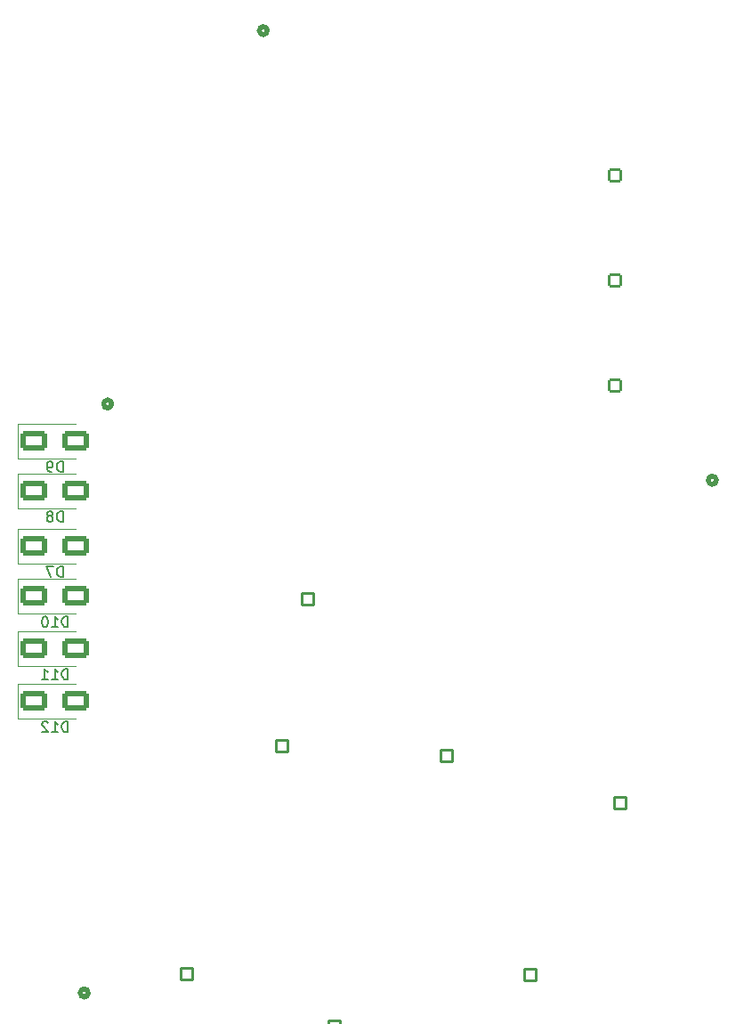
<source format=gbo>
G04 #@! TF.GenerationSoftware,KiCad,Pcbnew,7.0.7*
G04 #@! TF.CreationDate,2023-11-03T00:41:13-04:00*
G04 #@! TF.ProjectId,SeniorDesign,53656e69-6f72-4446-9573-69676e2e6b69,rev?*
G04 #@! TF.SameCoordinates,Original*
G04 #@! TF.FileFunction,Legend,Bot*
G04 #@! TF.FilePolarity,Positive*
%FSLAX46Y46*%
G04 Gerber Fmt 4.6, Leading zero omitted, Abs format (unit mm)*
G04 Created by KiCad (PCBNEW 7.0.7) date 2023-11-03 00:41:13*
%MOMM*%
%LPD*%
G01*
G04 APERTURE LIST*
G04 Aperture macros list*
%AMRoundRect*
0 Rectangle with rounded corners*
0 $1 Rounding radius*
0 $2 $3 $4 $5 $6 $7 $8 $9 X,Y pos of 4 corners*
0 Add a 4 corners polygon primitive as box body*
4,1,4,$2,$3,$4,$5,$6,$7,$8,$9,$2,$3,0*
0 Add four circle primitives for the rounded corners*
1,1,$1+$1,$2,$3*
1,1,$1+$1,$4,$5*
1,1,$1+$1,$6,$7*
1,1,$1+$1,$8,$9*
0 Add four rect primitives between the rounded corners*
20,1,$1+$1,$2,$3,$4,$5,0*
20,1,$1+$1,$4,$5,$6,$7,0*
20,1,$1+$1,$6,$7,$8,$9,0*
20,1,$1+$1,$8,$9,$2,$3,0*%
G04 Aperture macros list end*
%ADD10C,0.150000*%
%ADD11C,0.508000*%
%ADD12C,0.120000*%
%ADD13C,2.032000*%
%ADD14RoundRect,0.250000X-1.000000X-0.650000X1.000000X-0.650000X1.000000X0.650000X-1.000000X0.650000X0*%
%ADD15R,1.905000X2.000000*%
%ADD16O,1.905000X2.000000*%
%ADD17RoundRect,0.102000X-0.565000X0.565000X-0.565000X-0.565000X0.565000X-0.565000X0.565000X0.565000X0*%
%ADD18C,1.334000*%
%ADD19RoundRect,0.102000X-0.565000X-0.565000X0.565000X-0.565000X0.565000X0.565000X-0.565000X0.565000X0*%
%ADD20C,0.900000*%
%ADD21C,2.200000*%
%ADD22R,2.200000X2.200000*%
%ADD23O,2.200000X2.200000*%
%ADD24RoundRect,0.102000X0.540000X-0.540000X0.540000X0.540000X-0.540000X0.540000X-0.540000X-0.540000X0*%
%ADD25C,1.284000*%
%ADD26RoundRect,0.102000X0.565000X0.565000X-0.565000X0.565000X-0.565000X-0.565000X0.565000X-0.565000X0*%
%ADD27O,0.800000X0.800000*%
%ADD28O,1.800000X1.150000*%
%ADD29O,2.000000X1.450000*%
G04 APERTURE END LIST*
D10*
X25464285Y-92954819D02*
X25464285Y-91954819D01*
X25464285Y-91954819D02*
X25226190Y-91954819D01*
X25226190Y-91954819D02*
X25083333Y-92002438D01*
X25083333Y-92002438D02*
X24988095Y-92097676D01*
X24988095Y-92097676D02*
X24940476Y-92192914D01*
X24940476Y-92192914D02*
X24892857Y-92383390D01*
X24892857Y-92383390D02*
X24892857Y-92526247D01*
X24892857Y-92526247D02*
X24940476Y-92716723D01*
X24940476Y-92716723D02*
X24988095Y-92811961D01*
X24988095Y-92811961D02*
X25083333Y-92907200D01*
X25083333Y-92907200D02*
X25226190Y-92954819D01*
X25226190Y-92954819D02*
X25464285Y-92954819D01*
X23940476Y-92954819D02*
X24511904Y-92954819D01*
X24226190Y-92954819D02*
X24226190Y-91954819D01*
X24226190Y-91954819D02*
X24321428Y-92097676D01*
X24321428Y-92097676D02*
X24416666Y-92192914D01*
X24416666Y-92192914D02*
X24511904Y-92240533D01*
X23559523Y-92050057D02*
X23511904Y-92002438D01*
X23511904Y-92002438D02*
X23416666Y-91954819D01*
X23416666Y-91954819D02*
X23178571Y-91954819D01*
X23178571Y-91954819D02*
X23083333Y-92002438D01*
X23083333Y-92002438D02*
X23035714Y-92050057D01*
X23035714Y-92050057D02*
X22988095Y-92145295D01*
X22988095Y-92145295D02*
X22988095Y-92240533D01*
X22988095Y-92240533D02*
X23035714Y-92383390D01*
X23035714Y-92383390D02*
X23607142Y-92954819D01*
X23607142Y-92954819D02*
X22988095Y-92954819D01*
X25464285Y-87954819D02*
X25464285Y-86954819D01*
X25464285Y-86954819D02*
X25226190Y-86954819D01*
X25226190Y-86954819D02*
X25083333Y-87002438D01*
X25083333Y-87002438D02*
X24988095Y-87097676D01*
X24988095Y-87097676D02*
X24940476Y-87192914D01*
X24940476Y-87192914D02*
X24892857Y-87383390D01*
X24892857Y-87383390D02*
X24892857Y-87526247D01*
X24892857Y-87526247D02*
X24940476Y-87716723D01*
X24940476Y-87716723D02*
X24988095Y-87811961D01*
X24988095Y-87811961D02*
X25083333Y-87907200D01*
X25083333Y-87907200D02*
X25226190Y-87954819D01*
X25226190Y-87954819D02*
X25464285Y-87954819D01*
X23940476Y-87954819D02*
X24511904Y-87954819D01*
X24226190Y-87954819D02*
X24226190Y-86954819D01*
X24226190Y-86954819D02*
X24321428Y-87097676D01*
X24321428Y-87097676D02*
X24416666Y-87192914D01*
X24416666Y-87192914D02*
X24511904Y-87240533D01*
X22988095Y-87954819D02*
X23559523Y-87954819D01*
X23273809Y-87954819D02*
X23273809Y-86954819D01*
X23273809Y-86954819D02*
X23369047Y-87097676D01*
X23369047Y-87097676D02*
X23464285Y-87192914D01*
X23464285Y-87192914D02*
X23559523Y-87240533D01*
X25464285Y-82954819D02*
X25464285Y-81954819D01*
X25464285Y-81954819D02*
X25226190Y-81954819D01*
X25226190Y-81954819D02*
X25083333Y-82002438D01*
X25083333Y-82002438D02*
X24988095Y-82097676D01*
X24988095Y-82097676D02*
X24940476Y-82192914D01*
X24940476Y-82192914D02*
X24892857Y-82383390D01*
X24892857Y-82383390D02*
X24892857Y-82526247D01*
X24892857Y-82526247D02*
X24940476Y-82716723D01*
X24940476Y-82716723D02*
X24988095Y-82811961D01*
X24988095Y-82811961D02*
X25083333Y-82907200D01*
X25083333Y-82907200D02*
X25226190Y-82954819D01*
X25226190Y-82954819D02*
X25464285Y-82954819D01*
X23940476Y-82954819D02*
X24511904Y-82954819D01*
X24226190Y-82954819D02*
X24226190Y-81954819D01*
X24226190Y-81954819D02*
X24321428Y-82097676D01*
X24321428Y-82097676D02*
X24416666Y-82192914D01*
X24416666Y-82192914D02*
X24511904Y-82240533D01*
X23321428Y-81954819D02*
X23226190Y-81954819D01*
X23226190Y-81954819D02*
X23130952Y-82002438D01*
X23130952Y-82002438D02*
X23083333Y-82050057D01*
X23083333Y-82050057D02*
X23035714Y-82145295D01*
X23035714Y-82145295D02*
X22988095Y-82335771D01*
X22988095Y-82335771D02*
X22988095Y-82573866D01*
X22988095Y-82573866D02*
X23035714Y-82764342D01*
X23035714Y-82764342D02*
X23083333Y-82859580D01*
X23083333Y-82859580D02*
X23130952Y-82907200D01*
X23130952Y-82907200D02*
X23226190Y-82954819D01*
X23226190Y-82954819D02*
X23321428Y-82954819D01*
X23321428Y-82954819D02*
X23416666Y-82907200D01*
X23416666Y-82907200D02*
X23464285Y-82859580D01*
X23464285Y-82859580D02*
X23511904Y-82764342D01*
X23511904Y-82764342D02*
X23559523Y-82573866D01*
X23559523Y-82573866D02*
X23559523Y-82335771D01*
X23559523Y-82335771D02*
X23511904Y-82145295D01*
X23511904Y-82145295D02*
X23464285Y-82050057D01*
X23464285Y-82050057D02*
X23416666Y-82002438D01*
X23416666Y-82002438D02*
X23321428Y-81954819D01*
X24988094Y-68204819D02*
X24988094Y-67204819D01*
X24988094Y-67204819D02*
X24749999Y-67204819D01*
X24749999Y-67204819D02*
X24607142Y-67252438D01*
X24607142Y-67252438D02*
X24511904Y-67347676D01*
X24511904Y-67347676D02*
X24464285Y-67442914D01*
X24464285Y-67442914D02*
X24416666Y-67633390D01*
X24416666Y-67633390D02*
X24416666Y-67776247D01*
X24416666Y-67776247D02*
X24464285Y-67966723D01*
X24464285Y-67966723D02*
X24511904Y-68061961D01*
X24511904Y-68061961D02*
X24607142Y-68157200D01*
X24607142Y-68157200D02*
X24749999Y-68204819D01*
X24749999Y-68204819D02*
X24988094Y-68204819D01*
X23940475Y-68204819D02*
X23749999Y-68204819D01*
X23749999Y-68204819D02*
X23654761Y-68157200D01*
X23654761Y-68157200D02*
X23607142Y-68109580D01*
X23607142Y-68109580D02*
X23511904Y-67966723D01*
X23511904Y-67966723D02*
X23464285Y-67776247D01*
X23464285Y-67776247D02*
X23464285Y-67395295D01*
X23464285Y-67395295D02*
X23511904Y-67300057D01*
X23511904Y-67300057D02*
X23559523Y-67252438D01*
X23559523Y-67252438D02*
X23654761Y-67204819D01*
X23654761Y-67204819D02*
X23845237Y-67204819D01*
X23845237Y-67204819D02*
X23940475Y-67252438D01*
X23940475Y-67252438D02*
X23988094Y-67300057D01*
X23988094Y-67300057D02*
X24035713Y-67395295D01*
X24035713Y-67395295D02*
X24035713Y-67633390D01*
X24035713Y-67633390D02*
X23988094Y-67728628D01*
X23988094Y-67728628D02*
X23940475Y-67776247D01*
X23940475Y-67776247D02*
X23845237Y-67823866D01*
X23845237Y-67823866D02*
X23654761Y-67823866D01*
X23654761Y-67823866D02*
X23559523Y-67776247D01*
X23559523Y-67776247D02*
X23511904Y-67728628D01*
X23511904Y-67728628D02*
X23464285Y-67633390D01*
X24988094Y-72954819D02*
X24988094Y-71954819D01*
X24988094Y-71954819D02*
X24749999Y-71954819D01*
X24749999Y-71954819D02*
X24607142Y-72002438D01*
X24607142Y-72002438D02*
X24511904Y-72097676D01*
X24511904Y-72097676D02*
X24464285Y-72192914D01*
X24464285Y-72192914D02*
X24416666Y-72383390D01*
X24416666Y-72383390D02*
X24416666Y-72526247D01*
X24416666Y-72526247D02*
X24464285Y-72716723D01*
X24464285Y-72716723D02*
X24511904Y-72811961D01*
X24511904Y-72811961D02*
X24607142Y-72907200D01*
X24607142Y-72907200D02*
X24749999Y-72954819D01*
X24749999Y-72954819D02*
X24988094Y-72954819D01*
X23845237Y-72383390D02*
X23940475Y-72335771D01*
X23940475Y-72335771D02*
X23988094Y-72288152D01*
X23988094Y-72288152D02*
X24035713Y-72192914D01*
X24035713Y-72192914D02*
X24035713Y-72145295D01*
X24035713Y-72145295D02*
X23988094Y-72050057D01*
X23988094Y-72050057D02*
X23940475Y-72002438D01*
X23940475Y-72002438D02*
X23845237Y-71954819D01*
X23845237Y-71954819D02*
X23654761Y-71954819D01*
X23654761Y-71954819D02*
X23559523Y-72002438D01*
X23559523Y-72002438D02*
X23511904Y-72050057D01*
X23511904Y-72050057D02*
X23464285Y-72145295D01*
X23464285Y-72145295D02*
X23464285Y-72192914D01*
X23464285Y-72192914D02*
X23511904Y-72288152D01*
X23511904Y-72288152D02*
X23559523Y-72335771D01*
X23559523Y-72335771D02*
X23654761Y-72383390D01*
X23654761Y-72383390D02*
X23845237Y-72383390D01*
X23845237Y-72383390D02*
X23940475Y-72431009D01*
X23940475Y-72431009D02*
X23988094Y-72478628D01*
X23988094Y-72478628D02*
X24035713Y-72573866D01*
X24035713Y-72573866D02*
X24035713Y-72764342D01*
X24035713Y-72764342D02*
X23988094Y-72859580D01*
X23988094Y-72859580D02*
X23940475Y-72907200D01*
X23940475Y-72907200D02*
X23845237Y-72954819D01*
X23845237Y-72954819D02*
X23654761Y-72954819D01*
X23654761Y-72954819D02*
X23559523Y-72907200D01*
X23559523Y-72907200D02*
X23511904Y-72859580D01*
X23511904Y-72859580D02*
X23464285Y-72764342D01*
X23464285Y-72764342D02*
X23464285Y-72573866D01*
X23464285Y-72573866D02*
X23511904Y-72478628D01*
X23511904Y-72478628D02*
X23559523Y-72431009D01*
X23559523Y-72431009D02*
X23654761Y-72383390D01*
X24988094Y-78204819D02*
X24988094Y-77204819D01*
X24988094Y-77204819D02*
X24749999Y-77204819D01*
X24749999Y-77204819D02*
X24607142Y-77252438D01*
X24607142Y-77252438D02*
X24511904Y-77347676D01*
X24511904Y-77347676D02*
X24464285Y-77442914D01*
X24464285Y-77442914D02*
X24416666Y-77633390D01*
X24416666Y-77633390D02*
X24416666Y-77776247D01*
X24416666Y-77776247D02*
X24464285Y-77966723D01*
X24464285Y-77966723D02*
X24511904Y-78061961D01*
X24511904Y-78061961D02*
X24607142Y-78157200D01*
X24607142Y-78157200D02*
X24749999Y-78204819D01*
X24749999Y-78204819D02*
X24988094Y-78204819D01*
X24083332Y-77204819D02*
X23416666Y-77204819D01*
X23416666Y-77204819D02*
X23845237Y-78204819D01*
D11*
X87156000Y-68999900D02*
G75*
G03*
X87156000Y-68999900I-381000J0D01*
G01*
X27406000Y-117750101D02*
G75*
G03*
X27406000Y-117750101I-381000J0D01*
G01*
X29631000Y-61750101D02*
G75*
G03*
X29631000Y-61750101I-381000J0D01*
G01*
X44439500Y-26250000D02*
G75*
G03*
X44439500Y-26250000I-381000J0D01*
G01*
D12*
X20740000Y-88350000D02*
X26250000Y-88350000D01*
X20740000Y-91650000D02*
X20740000Y-88350000D01*
X20740000Y-91650000D02*
X26250000Y-91650000D01*
X20740000Y-83350000D02*
X26250000Y-83350000D01*
X20740000Y-86650000D02*
X20740000Y-83350000D01*
X20740000Y-86650000D02*
X26250000Y-86650000D01*
X20740000Y-78350000D02*
X26250000Y-78350000D01*
X20740000Y-81650000D02*
X20740000Y-78350000D01*
X20740000Y-81650000D02*
X26250000Y-81650000D01*
X20740000Y-66900000D02*
X26250000Y-66900000D01*
X20740000Y-66900000D02*
X20740000Y-63600000D01*
X20740000Y-63600000D02*
X26250000Y-63600000D01*
X20740000Y-68350000D02*
X26250000Y-68350000D01*
X20740000Y-71650000D02*
X20740000Y-68350000D01*
X20740000Y-71650000D02*
X26250000Y-71650000D01*
X20740000Y-73600000D02*
X26250000Y-73600000D01*
X20740000Y-76900000D02*
X20740000Y-73600000D01*
X20740000Y-76900000D02*
X26250000Y-76900000D01*
%LPC*%
D13*
X86775000Y-65750001D03*
X86775000Y-60750001D03*
X86775000Y-55750000D03*
X86775000Y-50750000D03*
X86775000Y-45750000D03*
X86775000Y-40750000D03*
X86775000Y-35750000D03*
X27025000Y-121000000D03*
X27025000Y-126000000D03*
X27025000Y-131000001D03*
X27025000Y-136000001D03*
X27025000Y-141000001D03*
X27025000Y-146000001D03*
X27025000Y-151000001D03*
X29250000Y-65000000D03*
X29250000Y-70000000D03*
X29250000Y-75000001D03*
X29250000Y-80000001D03*
X29250000Y-85000001D03*
X29250000Y-90000001D03*
X29250000Y-95000001D03*
X47308399Y-26250000D03*
X52308399Y-26250000D03*
X57308400Y-26250000D03*
X62308400Y-26250000D03*
X67308400Y-26250000D03*
X72308400Y-26250000D03*
X77308400Y-26250000D03*
D14*
X22250000Y-90000000D03*
X26250000Y-90000000D03*
X22250000Y-85000000D03*
X26250000Y-85000000D03*
X22250000Y-80000000D03*
X26250000Y-80000000D03*
X26250000Y-65250000D03*
X22250000Y-65250000D03*
X22250000Y-70000000D03*
X26250000Y-70000000D03*
X22250000Y-75250000D03*
X26250000Y-75250000D03*
D15*
X60985000Y-43445000D03*
D16*
X63525000Y-43445000D03*
X66065000Y-43445000D03*
D17*
X48335000Y-80280000D03*
D18*
X45795000Y-80280000D03*
X43255000Y-80280000D03*
X40715000Y-80280000D03*
X40715000Y-88220000D03*
X43255000Y-88220000D03*
X45795000Y-88220000D03*
X48335000Y-88220000D03*
D19*
X64805000Y-125940000D03*
D18*
X64805000Y-128480000D03*
X64805000Y-131020000D03*
X64805000Y-133560000D03*
X72745000Y-133560000D03*
X72745000Y-131020000D03*
X72745000Y-128480000D03*
X72745000Y-125940000D03*
D19*
X50805000Y-120940000D03*
D18*
X50805000Y-123480000D03*
X50805000Y-126020000D03*
X50805000Y-128560000D03*
X58745000Y-128560000D03*
X58745000Y-126020000D03*
X58745000Y-123480000D03*
X58745000Y-120940000D03*
D20*
X36250000Y-21145000D03*
X33250000Y-21145000D03*
D19*
X36805000Y-115940000D03*
D18*
X36805000Y-118480000D03*
X36805000Y-121020000D03*
X36805000Y-123560000D03*
X44745000Y-123560000D03*
X44745000Y-121020000D03*
X44745000Y-118480000D03*
X44745000Y-115940000D03*
D19*
X61555000Y-95190000D03*
D18*
X61555000Y-97730000D03*
X61555000Y-100270000D03*
X61555000Y-102810000D03*
X69495000Y-102810000D03*
X69495000Y-100270000D03*
X69495000Y-97730000D03*
X69495000Y-95190000D03*
D15*
X45485000Y-52195000D03*
D16*
X48025000Y-52195000D03*
X50565000Y-52195000D03*
D21*
X24500000Y-24000000D03*
D22*
X53445000Y-36250000D03*
D23*
X63605000Y-36250000D03*
D19*
X50805000Y-135940000D03*
D18*
X50805000Y-138480000D03*
X50805000Y-141020000D03*
X50805000Y-143560000D03*
X58745000Y-143560000D03*
X58745000Y-141020000D03*
X58745000Y-138480000D03*
X58745000Y-135940000D03*
D24*
X77500000Y-40020000D03*
D25*
X78770000Y-38750000D03*
X77500000Y-37480000D03*
D22*
X76945000Y-89000000D03*
D23*
X87105000Y-89000000D03*
D19*
X36805000Y-130940000D03*
D18*
X36805000Y-133480000D03*
X36805000Y-136020000D03*
X36805000Y-138560000D03*
X44745000Y-138560000D03*
X44745000Y-136020000D03*
X44745000Y-133480000D03*
X44745000Y-130940000D03*
D24*
X77500000Y-60020000D03*
D25*
X78770000Y-58750000D03*
X77500000Y-57480000D03*
D19*
X64805000Y-140940000D03*
D18*
X64805000Y-143480000D03*
X64805000Y-146020000D03*
X64805000Y-148560000D03*
X72745000Y-148560000D03*
X72745000Y-146020000D03*
X72745000Y-143480000D03*
X72745000Y-140940000D03*
D21*
X24500000Y-162750000D03*
D26*
X69495000Y-116060000D03*
D18*
X69495000Y-113520000D03*
X69495000Y-110980000D03*
X69495000Y-108440000D03*
X61555000Y-108440000D03*
X61555000Y-110980000D03*
X61555000Y-113520000D03*
X61555000Y-116060000D03*
D21*
X89000000Y-162750000D03*
D17*
X45835000Y-94280000D03*
D18*
X43295000Y-94280000D03*
X40755000Y-94280000D03*
X38215000Y-94280000D03*
X38215000Y-102220000D03*
X40755000Y-102220000D03*
X43295000Y-102220000D03*
X45835000Y-102220000D03*
D22*
X39945000Y-60000000D03*
D23*
X50105000Y-60000000D03*
D19*
X78055000Y-99690000D03*
D18*
X78055000Y-102230000D03*
X78055000Y-104770000D03*
X78055000Y-107310000D03*
X85995000Y-107310000D03*
X85995000Y-104770000D03*
X85995000Y-102230000D03*
X85995000Y-99690000D03*
D27*
X88945000Y-80250000D03*
X88945000Y-75250000D03*
D28*
X91695000Y-81625000D03*
D29*
X87895000Y-81475000D03*
X87895000Y-74025000D03*
D28*
X91695000Y-73875000D03*
D22*
X49750000Y-107080000D03*
D23*
X49750000Y-96920000D03*
D24*
X77500000Y-50020000D03*
D25*
X78770000Y-48750000D03*
X77500000Y-47480000D03*
D22*
X87330000Y-95500000D03*
D23*
X77170000Y-95500000D03*
D21*
X89000000Y-24000000D03*
D22*
X54250000Y-94420000D03*
D23*
X54250000Y-104580000D03*
%LPD*%
M02*

</source>
